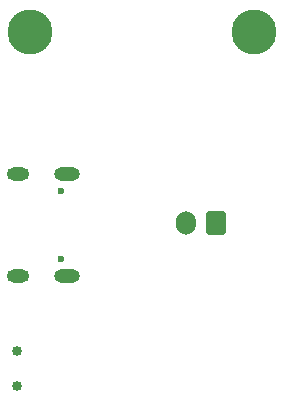
<source format=gbs>
G04 #@! TF.GenerationSoftware,KiCad,Pcbnew,9.0.3*
G04 #@! TF.CreationDate,2025-07-16T17:21:36+12:00*
G04 #@! TF.ProjectId,TempSense,54656d70-5365-46e7-9365-2e6b69636164,rev?*
G04 #@! TF.SameCoordinates,Original*
G04 #@! TF.FileFunction,Soldermask,Bot*
G04 #@! TF.FilePolarity,Negative*
%FSLAX46Y46*%
G04 Gerber Fmt 4.6, Leading zero omitted, Abs format (unit mm)*
G04 Created by KiCad (PCBNEW 9.0.3) date 2025-07-16 17:21:36*
%MOMM*%
%LPD*%
G01*
G04 APERTURE LIST*
G04 Aperture macros list*
%AMRoundRect*
0 Rectangle with rounded corners*
0 $1 Rounding radius*
0 $2 $3 $4 $5 $6 $7 $8 $9 X,Y pos of 4 corners*
0 Add a 4 corners polygon primitive as box body*
4,1,4,$2,$3,$4,$5,$6,$7,$8,$9,$2,$3,0*
0 Add four circle primitives for the rounded corners*
1,1,$1+$1,$2,$3*
1,1,$1+$1,$4,$5*
1,1,$1+$1,$6,$7*
1,1,$1+$1,$8,$9*
0 Add four rect primitives between the rounded corners*
20,1,$1+$1,$2,$3,$4,$5,0*
20,1,$1+$1,$4,$5,$6,$7,0*
20,1,$1+$1,$6,$7,$8,$9,0*
20,1,$1+$1,$8,$9,$2,$3,0*%
G04 Aperture macros list end*
%ADD10C,3.800000*%
%ADD11C,0.850000*%
%ADD12C,0.600000*%
%ADD13O,2.204000X1.104000*%
%ADD14O,1.904000X1.104000*%
%ADD15RoundRect,0.250000X0.600000X0.750000X-0.600000X0.750000X-0.600000X-0.750000X0.600000X-0.750000X0*%
%ADD16O,1.700000X2.000000*%
G04 APERTURE END LIST*
D10*
X85500000Y-55000000D03*
D11*
X65400000Y-82000000D03*
X65400500Y-85000000D03*
D10*
X66500000Y-55000000D03*
D12*
X69180000Y-68435000D03*
X69180000Y-74215000D03*
D13*
X69670000Y-67000000D03*
X69670000Y-75650000D03*
D14*
X65500000Y-67000000D03*
X65500000Y-75650000D03*
D15*
X82250000Y-71170000D03*
D16*
X79750000Y-71170000D03*
M02*

</source>
